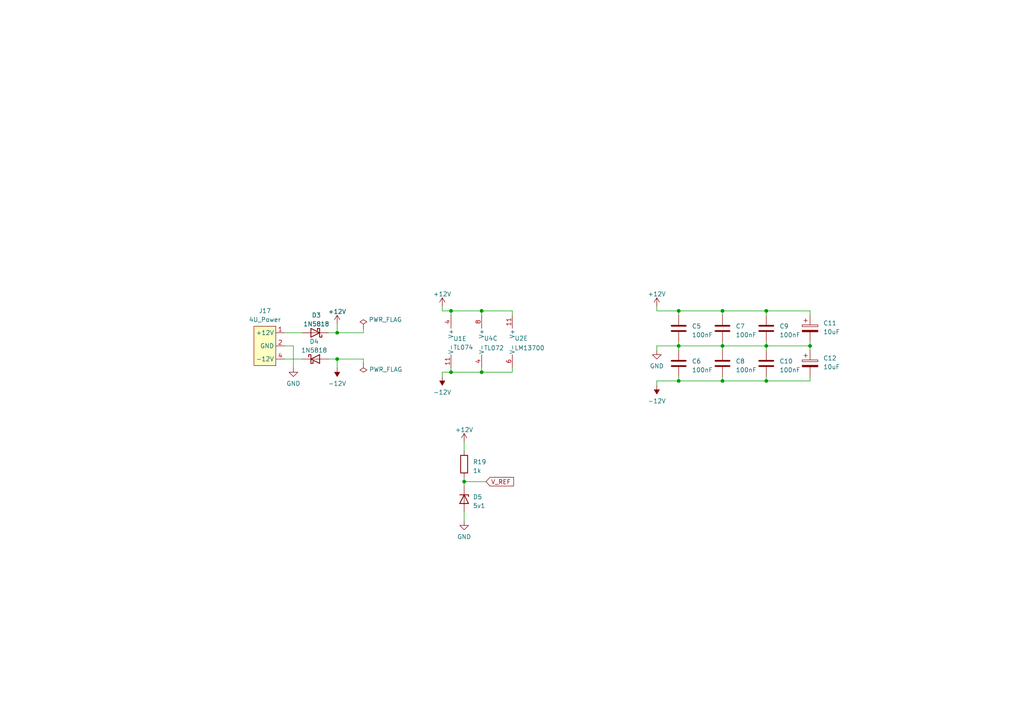
<source format=kicad_sch>
(kicad_sch (version 20230121) (generator eeschema)
  (paper "A4")
  (title_block (title "Variable Integrator and extras") (date "2022-07-25") (rev "r02") (comment 2 "creativecommons.org/Licenses/by/4.0/") (comment 3 "License: CC BY 4.0") (comment 4 "Author: Guy John"))
  (lib_symbols
    (symbol "4U_Power:4U_Power"
      (property "Reference" "J" (at 0 6.985 0))
      (property "Value" "4U_Power" (at 0 -6.985 0))
      (symbol "4U_Power_0_1"
        (rectangle (start -2.54 5.715) (end 3.81 -5.715) (stroke (width 0.1524)) (fill (type background)))
      )
      (symbol "4U_Power_1_1"
        (pin power_out line (at 6.35 3.81 180) (length 2.54) (name "+12V") (number "1"))
        (pin power_out line (at 6.35 0 180) (length 2.54) (name "GND") (number "2"))
        (pin passive line (at 6.35 0 180) (length 2.54) hide (name "GND") (number "3"))
        (pin power_out line (at 6.35 -3.81 180) (length 2.54) (name "-12V") (number "4"))
      )
    )
    (symbol "Amplifier_Operational:LM13700" (pin_names (offset 0.127))
      (property "Reference" "U" (at 3.81 5.08 0))
      (property "Value" "LM13700" (at 5.08 -5.08 0))
      (symbol "LM13700_1_1"
        (polyline (pts (xy 3.81 -0.635) (xy 3.81 -2.54) (xy 5.08 -2.54)))
        (polyline (pts (xy 5.08 0) (xy -5.08 -5.08) (xy -5.08 5.08) (xy 5.08 0)) (stroke (width 0.254)) (fill (type background)))
        (pin output line (at 7.62 0 180) (length 2.54) (name "~") (number "12"))
        (pin input line (at -7.62 2.54 0) (length 2.54) (name "-") (number "13"))
        (pin input line (at -7.62 -2.54 0) (length 2.54) (name "+") (number "14"))
        (pin input line (at -7.62 0 0) (length 2.54) (name "DIODE_BIAS") (number "15"))
        (pin input line (at 7.62 -2.54 180) (length 2.54) (name "~") (number "16"))
      )
      (symbol "LM13700_2_0"
        (polyline (pts (xy -1.905 2.54) (xy -3.175 2.54)))
      )
      (symbol "LM13700_2_1"
        (circle (center -2.54 1.905) (radius 0.254) (stroke (width 0.254)) (fill (type outline)))
        (polyline (pts (xy -3.81 -0.635) (xy -2.54 -1.27)))
        (polyline (pts (xy -3.81 1.27) (xy -3.81 -1.27)))
        (polyline (pts (xy -2.54 -1.905) (xy -1.27 -2.54)))
        (polyline (pts (xy -2.54 0) (xy -2.54 -2.54)))
        (polyline (pts (xy -3.81 0.635) (xy -2.54 1.27) (xy -2.54 1.905) (xy -2.54 2.54)))
        (polyline (pts (xy -2.54 -1.27) (xy -3.175 -0.635) (xy -3.175 -1.27) (xy -2.54 -1.27)) (fill (type outline)))
        (polyline (pts (xy -2.54 -0.635) (xy -1.27 0) (xy -1.27 1.905) (xy -2.54 1.905)))
        (polyline (pts (xy -1.27 -2.54) (xy -1.905 -1.905) (xy -1.905 -2.54) (xy -1.27 -2.54)) (fill (type outline)))
        (text "V+" (at -2.54 3.81 0) (effects (font (size 1.27 1.27))))
        (pin input line (at -7.62 0 0) (length 3.81) (name "~") (number "10"))
        (pin output line (at 2.54 -2.54 180) (length 3.81) (name "~") (number "9"))
      )
      (symbol "LM13700_3_1"
        (polyline (pts (xy 3.81 -0.635) (xy 3.81 -2.54) (xy 5.08 -2.54)))
        (polyline (pts (xy 5.08 0) (xy -5.08 -5.08) (xy -5.08 5.08) (xy 5.08 0)) (stroke (width 0.254)) (fill (type background)))
        (pin input line (at 7.62 -2.54 180) (length 2.54) (name "~") (number "1"))
        (pin input line (at -7.62 0 0) (length 2.54) (name "DIODE_BIAS") (number "2"))
        (pin input line (at -7.62 -2.54 0) (length 2.54) (name "+") (number "3"))
        (pin input line (at -7.62 2.54 0) (length 2.54) (name "-") (number "4"))
        (pin output line (at 7.62 0 180) (length 2.54) (name "~") (number "5"))
      )
      (symbol "LM13700_4_0"
        (polyline (pts (xy -3.175 2.54) (xy -1.905 2.54)))
        (text "V+" (at -2.54 3.81 0) (effects (font (size 1.27 1.27))))
      )
      (symbol "LM13700_4_1"
        (circle (center -2.54 1.905) (radius 0.254) (stroke (width 0.254)) (fill (type outline)))
        (polyline (pts (xy -3.81 -0.635) (xy -2.54 -1.27)))
        (polyline (pts (xy -3.81 1.27) (xy -3.81 -1.27)))
        (polyline (pts (xy -2.54 -1.905) (xy -1.27 -2.54)))
        (polyline (pts (xy -2.54 0) (xy -2.54 -2.54)))
        (polyline (pts (xy -3.81 0.635) (xy -2.54 1.27) (xy -2.54 2.54)))
        (polyline (pts (xy -2.54 -1.27) (xy -3.175 -0.635) (xy -3.175 -1.27) (xy -2.54 -1.27)) (fill (type outline)))
        (polyline (pts (xy -2.54 -0.635) (xy -1.27 0) (xy -1.27 1.905) (xy -2.54 1.905)))
        (polyline (pts (xy -1.27 -2.54) (xy -1.905 -1.905) (xy -1.905 -2.54) (xy -1.27 -2.54)) (fill (type outline)))
        (pin input line (at -7.62 0 0) (length 3.81) (name "~") (number "7"))
        (pin output line (at 2.54 -2.54 180) (length 3.81) (name "~") (number "8"))
      )
      (symbol "LM13700_5_1"
        (pin power_in line (at -2.54 7.62 270) (length 3.81) (name "V+") (number "11"))
        (pin power_in line (at -2.54 -7.62 90) (length 3.81) (name "V-") (number "6"))
      )
    )
    (symbol "Amplifier_Operational:TL072" (pin_names (offset 0.127))
      (property "Reference" "U" (at 0 5.08 0))
      (property "Value" "TL072" (at 0 -5.08 0))
      (symbol "TL072_1_1"
        (polyline (pts (xy -5.08 5.08) (xy 5.08 0) (xy -5.08 -5.08) (xy -5.08 5.08)) (stroke (width 0.254)) (fill (type background)))
        (pin output line (at 7.62 0 180) (length 2.54) (name "~") (number "1"))
        (pin input line (at -7.62 -2.54 0) (length 2.54) (name "-") (number "2"))
        (pin input line (at -7.62 2.54 0) (length 2.54) (name "+") (number "3"))
      )
      (symbol "TL072_2_1"
        (polyline (pts (xy -5.08 5.08) (xy 5.08 0) (xy -5.08 -5.08) (xy -5.08 5.08)) (stroke (width 0.254)) (fill (type background)))
        (pin input line (at -7.62 2.54 0) (length 2.54) (name "+") (number "5"))
        (pin input line (at -7.62 -2.54 0) (length 2.54) (name "-") (number "6"))
        (pin output line (at 7.62 0 180) (length 2.54) (name "~") (number "7"))
      )
      (symbol "TL072_3_1"
        (pin power_in line (at -2.54 -7.62 90) (length 3.81) (name "V-") (number "4"))
        (pin power_in line (at -2.54 7.62 270) (length 3.81) (name "V+") (number "8"))
      )
    )
    (symbol "Amplifier_Operational:TL074" (pin_names (offset 0.127))
      (property "Reference" "U" (at 0 5.08 0))
      (property "Value" "TL074" (at 0 -5.08 0))
      (symbol "TL074_1_1"
        (polyline (pts (xy -5.08 5.08) (xy 5.08 0) (xy -5.08 -5.08) (xy -5.08 5.08)) (stroke (width 0.254)) (fill (type background)))
        (pin output line (at 7.62 0 180) (length 2.54) (name "~") (number "1"))
        (pin input line (at -7.62 -2.54 0) (length 2.54) (name "-") (number "2"))
        (pin input line (at -7.62 2.54 0) (length 2.54) (name "+") (number "3"))
      )
      (symbol "TL074_2_1"
        (polyline (pts (xy -5.08 5.08) (xy 5.08 0) (xy -5.08 -5.08) (xy -5.08 5.08)) (stroke (width 0.254)) (fill (type background)))
        (pin input line (at -7.62 2.54 0) (length 2.54) (name "+") (number "5"))
        (pin input line (at -7.62 -2.54 0) (length 2.54) (name "-") (number "6"))
        (pin output line (at 7.62 0 180) (length 2.54) (name "~") (number "7"))
      )
      (symbol "TL074_3_1"
        (polyline (pts (xy -5.08 5.08) (xy 5.08 0) (xy -5.08 -5.08) (xy -5.08 5.08)) (stroke (width 0.254)) (fill (type background)))
        (pin input line (at -7.62 2.54 0) (length 2.54) (name "+") (number "10"))
        (pin output line (at 7.62 0 180) (length 2.54) (name "~") (number "8"))
        (pin input line (at -7.62 -2.54 0) (length 2.54) (name "-") (number "9"))
      )
      (symbol "TL074_4_1"
        (polyline (pts (xy -5.08 5.08) (xy 5.08 0) (xy -5.08 -5.08) (xy -5.08 5.08)) (stroke (width 0.254)) (fill (type background)))
        (pin input line (at -7.62 2.54 0) (length 2.54) (name "+") (number "12"))
        (pin input line (at -7.62 -2.54 0) (length 2.54) (name "-") (number "13"))
        (pin output line (at 7.62 0 180) (length 2.54) (name "~") (number "14"))
      )
      (symbol "TL074_5_1"
        (pin power_in line (at -2.54 -7.62 90) (length 3.81) (name "V-") (number "11"))
        (pin power_in line (at -2.54 7.62 270) (length 3.81) (name "V+") (number "4"))
      )
    )
    (symbol "Device:D_Schottky" (pin_numbers hide) (pin_names (offset 1.016) hide)
      (property "Reference" "D" (at 0 2.54 0))
      (property "Value" "D_Schottky" (at 0 -2.54 0))
      (symbol "D_Schottky_0_1"
        (polyline (pts (xy 1.27 0) (xy -1.27 0)))
        (polyline (pts (xy 1.27 1.27) (xy 1.27 -1.27) (xy -1.27 0) (xy 1.27 1.27)) (stroke (width 0.254)))
        (polyline (pts (xy -1.905 0.635) (xy -1.905 1.27) (xy -1.27 1.27) (xy -1.27 -1.27) (xy -0.635 -1.27) (xy -0.635 -0.635)) (stroke (width 0.254)))
      )
      (symbol "D_Schottky_1_1"
        (pin passive line (at -3.81 0 0) (length 2.54) (name "K") (number "1"))
        (pin passive line (at 3.81 0 180) (length 2.54) (name "A") (number "2"))
      )
    )
    (symbol "Device:D_Zener" (pin_numbers hide) (pin_names (offset 1.016) hide)
      (property "Reference" "D" (at 0 2.54 0))
      (property "Value" "D_Zener" (at 0 -2.54 0))
      (symbol "D_Zener_0_1"
        (polyline (pts (xy 1.27 0) (xy -1.27 0)))
        (polyline (pts (xy -1.27 -1.27) (xy -1.27 1.27) (xy -0.762 1.27)) (stroke (width 0.254)))
        (polyline (pts (xy 1.27 -1.27) (xy 1.27 1.27) (xy -1.27 0) (xy 1.27 -1.27)) (stroke (width 0.254)))
      )
      (symbol "D_Zener_1_1"
        (pin passive line (at -3.81 0 0) (length 2.54) (name "K") (number "1"))
        (pin passive line (at 3.81 0 180) (length 2.54) (name "A") (number "2"))
      )
    )
    (symbol "Rumblesan Standard Parts:C" (pin_numbers hide) (pin_names (offset 0.254) hide)
      (property "Reference" "C?" (at -6.35 0 90))
      (property "Value" "C" (at -3.81 0 90))
      (symbol "C_0_1"
        (polyline (pts (xy -2.032 -0.762) (xy 2.032 -0.762)) (stroke (width 0.508)))
        (polyline (pts (xy -2.032 0.762) (xy 2.032 0.762)) (stroke (width 0.508)))
      )
      (symbol "C_1_1"
        (pin passive line (at 0 3.81 270) (length 2.794) (name "~") (number "1"))
        (pin passive line (at 0 -3.81 90) (length 2.794) (name "~") (number "2"))
      )
    )
    (symbol "Rumblesan Standard Parts:C_Polarized" (pin_numbers hide) (pin_names (offset 0.254) hide)
      (property "Reference" "C?" (at -6.35 0 90))
      (property "Value" "C_Polarized" (at -3.81 0 90))
      (symbol "C_Polarized_0_1"
        (rectangle (start -2.286 0.508) (end 2.286 1.016))
        (polyline (pts (xy -1.778 2.286) (xy -0.762 2.286)))
        (polyline (pts (xy -1.27 2.794) (xy -1.27 1.778)))
        (rectangle (start 2.286 -0.508) (end -2.286 -1.016) (fill (type outline)))
      )
      (symbol "C_Polarized_1_1"
        (pin passive line (at 0 3.81 270) (length 2.794) (name "~") (number "1"))
        (pin passive line (at 0 -3.81 90) (length 2.794) (name "~") (number "2"))
      )
    )
    (symbol "Rumblesan Standard Parts:R" (pin_numbers hide) (pin_names (offset 0))
      (property "Reference" "R?" (at -5.08 0 90))
      (property "Value" "R" (at -2.54 0 90))
      (symbol "R_0_1"
        (rectangle (start 1.016 2.54) (end -1.016 -2.54) (stroke (width 0.254)))
      )
      (symbol "R_1_1"
        (pin passive line (at 0 -3.81 90) (length 1.27) (name "~") (number "1"))
        (pin passive line (at 0 3.81 270) (length 1.27) (name "~") (number "2"))
      )
    )
    (symbol "power:+12V" (power) (pin_names (offset 0))
      (property "Value" "+12V" (at 0 3.556 0))
      (symbol "+12V_0_1"
        (polyline (pts (xy -0.762 1.27) (xy 0 2.54)))
        (polyline (pts (xy 0 0) (xy 0 2.54)))
        (polyline (pts (xy 0 2.54) (xy 0.762 1.27)))
      )
      (symbol "+12V_1_1"
        (pin power_in line (at 0 0 90) (length 0) hide (name "+12V") (number "1"))
      )
    )
    (symbol "power:-12V" (power) (pin_names (offset 0))
      (property "Value" "-12V" (at 0 3.81 0))
      (symbol "-12V_0_0"
        (pin power_in line (at 0 0 90) (length 0) hide (name "-12V") (number "1"))
      )
      (symbol "-12V_0_1"
        (polyline (pts (xy 0 0) (xy 0 1.27) (xy 0.762 1.27) (xy 0 2.54) (xy -0.762 1.27) (xy 0 1.27)) (fill (type outline)))
      )
    )
    (symbol "power:GND" (power) (pin_names (offset 0))
      (property "Value" "GND" (at 0 -3.81 0))
      (symbol "GND_0_1"
        (polyline (pts (xy 0 0) (xy 0 -1.27) (xy 1.27 -1.27) (xy 0 -2.54) (xy -1.27 -1.27) (xy 0 -1.27)))
      )
      (symbol "GND_1_1"
        (pin power_in line (at 0 0 270) (length 0) hide (name "GND") (number "1"))
      )
    )
    (symbol "power:PWR_FLAG" (power) (pin_numbers hide) (pin_names (offset 0) hide)
      (property "Value" "PWR_FLAG" (at 0 3.81 0))
      (symbol "PWR_FLAG_0_0"
        (pin power_out line (at 0 0 90) (length 0) (name "pwr") (number "1"))
      )
      (symbol "PWR_FLAG_0_1"
        (polyline (pts (xy 0 0) (xy 0 1.27) (xy -1.016 1.905) (xy 0 2.54) (xy 1.016 1.905) (xy 0 1.27)))
      )
    )
  )
  (junction (at 97.79 96.52))
  (junction (at 139.7 90.17))
  (junction (at 97.79 104.14))
  (junction (at 196.85 110.49))
  (junction (at 222.25 90.17))
  (junction (at 222.25 110.49))
  (junction (at 130.81 107.95))
  (junction (at 196.85 100.33))
  (junction (at 196.85 90.17))
  (junction (at 139.7 107.95))
  (junction (at 134.62 139.7))
  (junction (at 209.55 100.33))
  (junction (at 234.95 100.33))
  (junction (at 222.25 100.33))
  (junction (at 130.81 90.17))
  (junction (at 209.55 110.49))
  (junction (at 209.55 90.17))
  (wire (pts (xy 97.79 96.52) (xy 97.79 93.98)))
  (wire (pts (xy 134.62 138.43) (xy 134.62 139.7)))
  (wire (pts (xy 95.25 96.52) (xy 97.79 96.52)))
  (wire (pts (xy 139.7 106.68) (xy 139.7 107.95)))
  (wire (pts (xy 130.81 107.95) (xy 139.7 107.95)))
  (wire (pts (xy 190.5 111.76) (xy 190.5 110.49)))
  (wire (pts (xy 234.95 100.33) (xy 234.95 101.6)))
  (wire (pts (xy 209.55 100.33) (xy 222.25 100.33)))
  (wire (pts (xy 148.59 90.17) (xy 148.59 91.44)))
  (wire (pts (xy 209.55 109.22) (xy 209.55 110.49)))
  (wire (pts (xy 222.25 99.06) (xy 222.25 100.33)))
  (wire (pts (xy 209.55 90.17) (xy 209.55 91.44)))
  (wire (pts (xy 105.41 104.14) (xy 97.79 104.14)))
  (wire (pts (xy 148.59 107.95) (xy 148.59 106.68)))
  (wire (pts (xy 234.95 110.49) (xy 234.95 109.22)))
  (wire (pts (xy 95.25 104.14) (xy 97.79 104.14)))
  (wire (pts (xy 196.85 99.06) (xy 196.85 100.33)))
  (wire (pts (xy 222.25 90.17) (xy 222.25 91.44)))
  (wire (pts (xy 190.5 88.9) (xy 190.5 90.17)))
  (wire (pts (xy 139.7 90.17) (xy 139.7 91.44)))
  (wire (pts (xy 139.7 90.17) (xy 148.59 90.17)))
  (wire (pts (xy 128.27 109.22) (xy 128.27 107.95)))
  (wire (pts (xy 196.85 100.33) (xy 196.85 101.6)))
  (wire (pts (xy 130.81 90.17) (xy 139.7 90.17)))
  (wire (pts (xy 190.5 110.49) (xy 196.85 110.49)))
  (wire (pts (xy 196.85 100.33) (xy 209.55 100.33)))
  (wire (pts (xy 130.81 106.68) (xy 130.81 107.95)))
  (wire (pts (xy 105.41 105.41) (xy 105.41 104.14)))
  (wire (pts (xy 222.25 100.33) (xy 222.25 101.6)))
  (wire (pts (xy 234.95 100.33) (xy 234.95 99.06)))
  (wire (pts (xy 134.62 139.7) (xy 140.97 139.7)))
  (wire (pts (xy 85.09 100.33) (xy 85.09 106.68)))
  (wire (pts (xy 209.55 90.17) (xy 222.25 90.17)))
  (wire (pts (xy 222.25 110.49) (xy 234.95 110.49)))
  (wire (pts (xy 234.95 90.17) (xy 234.95 91.44)))
  (wire (pts (xy 134.62 139.7) (xy 134.62 140.97)))
  (wire (pts (xy 190.5 101.6) (xy 190.5 100.33)))
  (wire (pts (xy 128.27 107.95) (xy 130.81 107.95)))
  (wire (pts (xy 97.79 104.14) (xy 97.79 106.68)))
  (wire (pts (xy 196.85 110.49) (xy 209.55 110.49)))
  (wire (pts (xy 190.5 90.17) (xy 196.85 90.17)))
  (wire (pts (xy 130.81 90.17) (xy 130.81 91.44)))
  (wire (pts (xy 209.55 110.49) (xy 222.25 110.49)))
  (wire (pts (xy 222.25 109.22) (xy 222.25 110.49)))
  (wire (pts (xy 139.7 107.95) (xy 148.59 107.95)))
  (wire (pts (xy 190.5 100.33) (xy 196.85 100.33)))
  (wire (pts (xy 105.41 95.25) (xy 105.41 96.52)))
  (wire (pts (xy 82.55 96.52) (xy 87.63 96.52)))
  (wire (pts (xy 128.27 88.9) (xy 128.27 90.17)))
  (wire (pts (xy 196.85 109.22) (xy 196.85 110.49)))
  (wire (pts (xy 82.55 104.14) (xy 87.63 104.14)))
  (wire (pts (xy 196.85 90.17) (xy 196.85 91.44)))
  (wire (pts (xy 105.41 96.52) (xy 97.79 96.52)))
  (wire (pts (xy 209.55 100.33) (xy 209.55 101.6)))
  (wire (pts (xy 222.25 90.17) (xy 234.95 90.17)))
  (wire (pts (xy 134.62 148.59) (xy 134.62 151.13)))
  (wire (pts (xy 82.55 100.33) (xy 85.09 100.33)))
  (wire (pts (xy 128.27 90.17) (xy 130.81 90.17)))
  (wire (pts (xy 209.55 99.06) (xy 209.55 100.33)))
  (wire (pts (xy 196.85 90.17) (xy 209.55 90.17)))
  (wire (pts (xy 222.25 100.33) (xy 234.95 100.33)))
  (wire (pts (xy 134.62 128.27) (xy 134.62 130.81)))
  (global_label "V_REF" (shape input) (at 140.97 139.7 0) (property "Intersheetrefs" "${INTERSHEET_REFS}" (effects hide)))
  (symbol (lib_id "power:+12V") (at 190.5 88.9 0) (unit 1)
    (property "Reference" "#PWR031" (effects hide))
    (property "Value" "+12V" (at 190.5 85.2955 0))
  )
  (symbol (lib_id "power:+12V") (at 134.62 128.27 0) (unit 1)
    (property "Reference" "#PWR029" (effects hide))
    (property "Value" "+12V" (at 134.62 124.6655 0))
  )
  (symbol (lib_id "power:-12V") (at 190.5 111.76 180) (unit 1)
    (property "Reference" "#PWR033" (effects hide))
    (property "Value" "-12V" (at 190.5 116.3225 0))
  )
  (symbol (lib_id "power:GND") (at 85.09 106.68 0) (unit 1)
    (property "Reference" "#PWR024" (effects hide))
    (property "Value" "GND" (at 85.09 111.2425 0))
  )
  (symbol (lib_id "Device:D_Schottky") (at 91.44 96.52 180) (unit 1)
    (property "Reference" "D3" (at 91.7575 91.44 0))
    (property "Value" "1N5818" (at 91.7575 93.98 0))
    (property "Footprint" "Rumblesan_Standard_Parts:D_DO-41_SOD81_P10.16mm_Horizontal" (effects hide))
  )
  (symbol (lib_id "Rumblesan Standard Parts:C") (at 222.25 95.25 0) (unit 1)
    (property "Reference" "C9" (at 226.06 94.615 0) (effects (justify left)))
    (property "Value" "100nF" (at 226.06 97.155 0) (effects (justify left)))
    (property "Footprint" "Rumblesan_Standard_Parts:C_Rect_L7.0mm_W3.5mm_P5.00mm" (effects hide))
    (property "Spec" "ceramic X7R" (effects hide))
    (property "Tolerance" "5%" (effects hide))
  )
  (symbol (lib_id "power:PWR_FLAG") (at 105.41 105.41 180) (unit 1)
    (property "Reference" "#FLG02" (effects hide))
    (property "Value" "PWR_FLAG" (at 107.061 107.159 0) (effects (justify right)))
  )
  (symbol (lib_id "Rumblesan Standard Parts:C") (at 209.55 105.41 0) (unit 1)
    (property "Reference" "C8" (at 213.36 104.775 0) (effects (justify left)))
    (property "Value" "100nF" (at 213.36 107.315 0) (effects (justify left)))
    (property "Footprint" "Rumblesan_Standard_Parts:C_Rect_L7.0mm_W3.5mm_P5.00mm" (effects hide))
    (property "Spec" "ceramic X7R" (effects hide))
    (property "Tolerance" "5%" (effects hide))
  )
  (symbol (lib_id "Rumblesan Standard Parts:C_Polarized") (at 234.95 95.25 0) (unit 1)
    (property "Reference" "C11" (at 238.76 93.726 0) (effects (justify left)))
    (property "Value" "10uF" (at 238.76 96.266 0) (effects (justify left)))
    (property "Footprint" "Rumblesan_Standard_Parts:CP_Radial_D5.0mm_P2.00mm" (effects hide))
    (property "Spec" "electrolytic" (effects hide))
    (property "Tolerance" "20%" (effects hide))
    (property "Voltage" "50v" (effects hide))
  )
  (symbol (lib_id "power:-12V") (at 97.79 106.68 180) (unit 1)
    (property "Reference" "#PWR026" (effects hide))
    (property "Value" "-12V" (at 97.79 111.2425 0))
  )
  (symbol (lib_id "power:PWR_FLAG") (at 105.41 95.25 0) (unit 1)
    (property "Reference" "#FLG01" (effects hide))
    (property "Value" "PWR_FLAG" (at 111.76 92.71 0))
  )
  (symbol (lib_id "Amplifier_Operational:LM13700") (at 151.13 99.06 0) (unit 5)
    (property "Reference" "U2" (at 149.225 98.1515 0) (effects (justify left)))
    (property "Value" "LM13700" (at 149.225 100.9266 0) (effects (justify left)))
    (property "Footprint" "Rumblesan_Standard_Parts:DIP-16_W7.62mm_Socket" (effects hide))
    (property "Datasheet" "http://www.ti.com/lit/ds/symlink/lm13700.pdf" (effects hide))
  )
  (symbol (lib_id "power:+12V") (at 128.27 88.9 0) (unit 1)
    (property "Reference" "#PWR027" (effects hide))
    (property "Value" "+12V" (at 128.27 85.2955 0))
  )
  (symbol (lib_id "Rumblesan Standard Parts:R") (at 134.62 134.62 0) (unit 1)
    (property "Reference" "R19" (at 137.16 133.985 0) (effects (justify left)))
    (property "Value" "1k" (at 137.16 136.525 0) (effects (justify left)))
    (property "Footprint" "Rumblesan_Standard_Parts:R_Axial_DIN0207_L6.3mm_D2.5mm_P10.16mm_Horizontal" (effects hide))
    (property "Tolerance" "1%" (effects hide))
    (property "Power" "0.5W" (effects hide))
    (property "Spec" "metal film" (effects hide))
  )
  (symbol (lib_id "power:GND") (at 134.62 151.13 0) (unit 1)
    (property "Reference" "#PWR030" (effects hide))
    (property "Value" "GND" (at 134.62 155.6925 0))
  )
  (symbol (lib_id "Rumblesan Standard Parts:C") (at 209.55 95.25 0) (unit 1)
    (property "Reference" "C7" (at 213.36 94.615 0) (effects (justify left)))
    (property "Value" "100nF" (at 213.36 97.155 0) (effects (justify left)))
    (property "Footprint" "Rumblesan_Standard_Parts:C_Rect_L7.0mm_W3.5mm_P5.00mm" (effects hide))
    (property "Spec" "ceramic X7R" (effects hide))
    (property "Tolerance" "5%" (effects hide))
  )
  (symbol (lib_id "power:-12V") (at 128.27 109.22 180) (unit 1)
    (property "Reference" "#PWR028" (effects hide))
    (property "Value" "-12V" (at 128.27 113.7825 0))
  )
  (symbol (lib_id "power:GND") (at 190.5 101.6 0) (unit 1)
    (property "Reference" "#PWR032" (effects hide))
    (property "Value" "GND" (at 190.5 106.1625 0))
  )
  (symbol (lib_id "Device:D_Schottky") (at 91.44 104.14 0) (unit 1)
    (property "Reference" "D4" (at 91.1225 99.06 0))
    (property "Value" "1N5818" (at 91.1225 101.6 0))
    (property "Footprint" "Rumblesan_Standard_Parts:D_DO-41_SOD81_P10.16mm_Horizontal" (effects hide))
  )
  (symbol (lib_id "4U_Power:4U_Power") (at 76.2 100.33 0) (unit 1)
    (property "Reference" "J17" (at 76.835 90.17 0))
    (property "Value" "4U_Power" (at 76.835 92.71 0))
    (property "Footprint" "4U_Power:4u_Power_Molex_KK-254_P2.54mm" (effects hide))
  )
  (symbol (lib_id "Device:D_Zener") (at 134.62 144.78 270) (unit 1)
    (property "Reference" "D5" (at 137.16 144.145 90) (effects (justify left)))
    (property "Value" "5v1" (at 137.16 146.685 90) (effects (justify left)))
    (property "Footprint" "Rumblesan_Standard_Parts:D_DO-35_SOD27_P7.62mm_Horizontal" (effects hide))
  )
  (symbol (lib_id "Amplifier_Operational:TL074") (at 128.27 99.06 0) (mirror y) (unit 5)
    (property "Reference" "U1" (at 131.445 98.2253 0) (effects (justify right)))
    (property "Value" "TL074" (at 131.445 100.7622 0) (effects (justify right)))
    (property "Footprint" "Rumblesan_Standard_Parts:DIP-14_W7.62mm_Socket" (effects hide))
    (property "Datasheet" "http://www.ti.com/lit/ds/symlink/tl071.pdf" (effects hide))
  )
  (symbol (lib_id "Rumblesan Standard Parts:C") (at 196.85 105.41 0) (unit 1)
    (property "Reference" "C6" (at 200.66 104.775 0) (effects (justify left)))
    (property "Value" "100nF" (at 200.66 107.315 0) (effects (justify left)))
    (property "Footprint" "Rumblesan_Standard_Parts:C_Rect_L7.0mm_W3.5mm_P5.00mm" (effects hide))
    (property "Spec" "ceramic X7R" (effects hide))
    (property "Tolerance" "5%" (effects hide))
  )
  (symbol (lib_id "Rumblesan Standard Parts:C") (at 196.85 95.25 0) (unit 1)
    (property "Reference" "C5" (at 200.66 94.615 0) (effects (justify left)))
    (property "Value" "100nF" (at 200.66 97.155 0) (effects (justify left)))
    (property "Footprint" "Rumblesan_Standard_Parts:C_Rect_L7.0mm_W3.5mm_P5.00mm" (effects hide))
    (property "Spec" "ceramic X7R" (effects hide))
    (property "Tolerance" "5%" (effects hide))
  )
  (symbol (lib_id "power:+12V") (at 97.79 93.98 0) (unit 1)
    (property "Reference" "#PWR025" (effects hide))
    (property "Value" "+12V" (at 97.79 90.3755 0))
  )
  (symbol (lib_id "Amplifier_Operational:TL072") (at 142.24 99.06 0) (unit 3)
    (property "Reference" "U4" (at 140.335 98.1515 0) (effects (justify left)))
    (property "Value" "TL072" (at 140.335 100.9266 0) (effects (justify left)))
    (property "Footprint" "Rumblesan_Standard_Parts:DIP-8_W7.62mm_Socket" (effects hide))
    (property "Datasheet" "http://www.ti.com/lit/ds/symlink/tl071.pdf" (effects hide))
  )
  (symbol (lib_id "Rumblesan Standard Parts:C") (at 222.25 105.41 0) (unit 1)
    (property "Reference" "C10" (at 226.06 104.775 0) (effects (justify left)))
    (property "Value" "100nF" (at 226.06 107.315 0) (effects (justify left)))
    (property "Footprint" "Rumblesan_Standard_Parts:C_Rect_L7.0mm_W3.5mm_P5.00mm" (effects hide))
    (property "Spec" "ceramic X7R" (effects hide))
    (property "Tolerance" "5%" (effects hide))
  )
  (symbol (lib_id "Rumblesan Standard Parts:C_Polarized") (at 234.95 105.41 0) (unit 1)
    (property "Reference" "C12" (at 238.76 103.886 0) (effects (justify left)))
    (property "Value" "10uF" (at 238.76 106.426 0) (effects (justify left)))
    (property "Footprint" "Rumblesan_Standard_Parts:CP_Radial_D5.0mm_P2.00mm" (effects hide))
    (property "Spec" "electrolytic" (effects hide))
    (property "Tolerance" "20%" (effects hide))
    (property "Voltage" "50v" (effects hide))
  )
)
</source>
